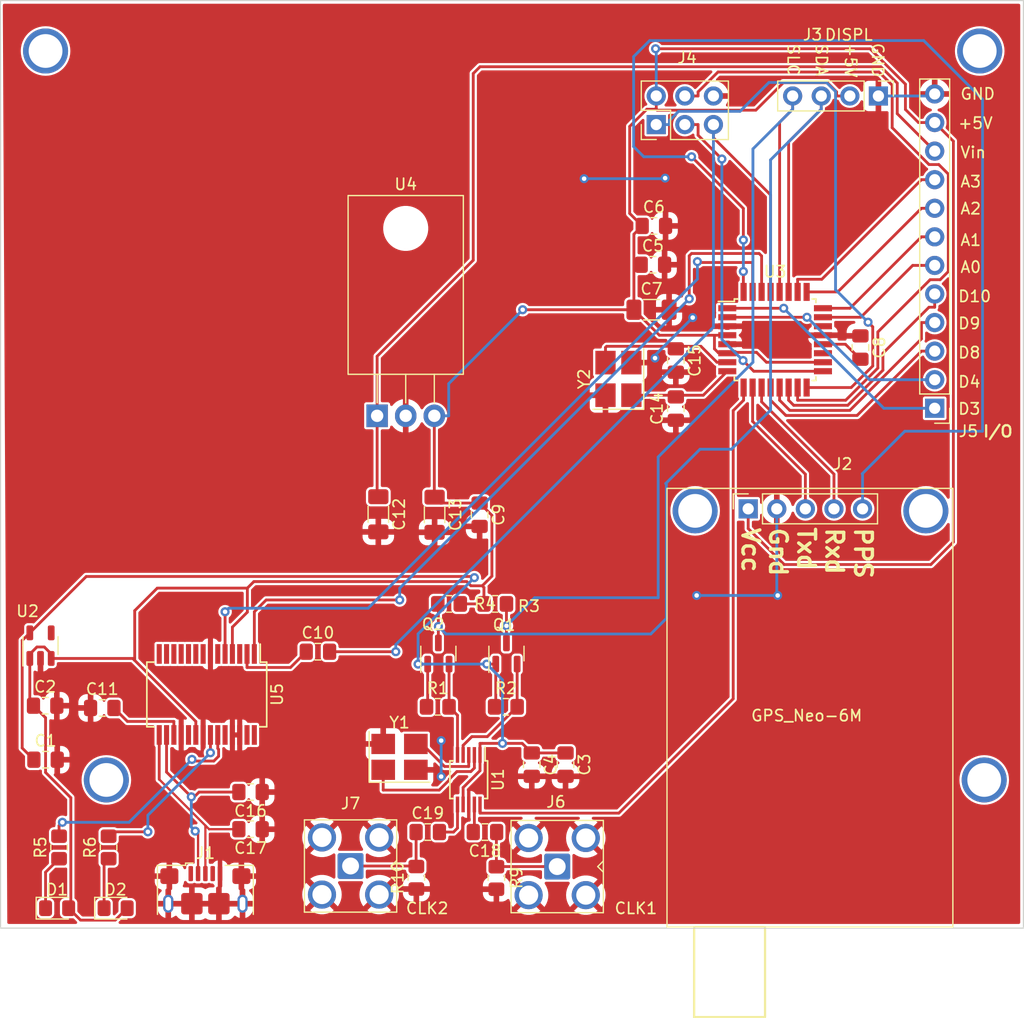
<source format=kicad_pcb>
(kicad_pcb (version 20240108) (generator "pcbnew") (generator_version "8.0")
  (layers (0 "F.Cu" signal) (31 "B.Cu" signal) (34 "B.Paste" user) (35 "F.Paste" user) (36 "B.SilkS" user "B.Silkscreen") (37 "F.SilkS" user "F.Silkscreen") (38 "B.Mask" user) (39 "F.Mask" user) (44 "Edge.Cuts" user))
  (net 0 "")
  (net 1 "+3V3")
  (net 2 "GND")
  (net 3 "+5V")
  (net 4 "Net-(U3-AREF)")
  (net 5 "Net-(U5-DTR)")
  (net 6 "Reset")
  (net 7 "Net-(U5-3V3OUT)")
  (net 8 "Vin")
  (net 9 "Net-(D1-K)")
  (net 10 "Net-(D2-K)")
  (net 12 "USB-")
  (net 13 "USB+")
  (net 15 "GPS_Tx")
  (net 16 "GPS_Rx")
  (net 17 "1PPS")
  (net 18 "SDA5")
  (net 19 "SCL5")
  (net 20 "MISO")
  (net 21 "SCK")
  (net 22 "MOSI")
  (net 23 "FAlarm")
  (net 24 "Fsel")
  (net 25 "D8")
  (net 26 "D9")
  (net 27 "D10")
  (net 28 "A0")
  (net 29 "A1")
  (net 30 "A2")
  (net 31 "A3")
  (net 32 "Net-(J6-In)")
  (net 33 "SCL3")
  (net 34 "SDA3")
  (net 35 "Net-(U5-CBUS0)")
  (net 36 "Net-(U5-CBUS1)")
  (net 37 "USB_RXD")
  (net 38 "USB_TXD")
  (net 39 "CLK1")
  (net 40 "Net-(U1-XA)")
  (net 41 "Net-(U1-XB)")
  (net 42 "Net-(J7-In)")
  (net 43 "CLK0")
  (net 45 "Net-(U3-XTAL1{slash}PB6)")
  (net 46 "Net-(U3-XTAL2{slash}PB7)")
  (net 60 "CLK2")
  (footprint "LED_SMD:LED_0805_2012Metric_Pad1.15x1.40mm_HandSolder" (layer "F.Cu") (at 129.625 135.8)
    (property "Reference" "D1")
    (property "Value" "LED")
  )
  (footprint "Resistor_SMD:R_0805_2012Metric_Pad1.20x1.40mm_HandSolder" (layer "F.Cu") (at 168.656 133.112 90)
    (property "Reference" "R9")
    (property "Value" "47")
  )
  (footprint "Capacitor_SMD:C_1206_3216Metric_Pad1.33x1.80mm_HandSolder" (layer "F.Cu") (at 163.1664 100.8228 -90)
    (property "Reference" "C13")
    (property "Value" "3.3uf/16v")
  )
  (footprint "Connector_USB:USB_Micro-B_Amphenol_10118193-0001LF_Horizontal" (layer "F.Cu") (at 142.8 135.4)
    (property "Reference" "J1")
    (property "Value" "USB_B_Micro")
  )
  (footprint "Capacitor_SMD:C_0805_2012Metric_Pad1.18x1.45mm_HandSolder" (layer "F.Cu") (at 201 85.9625 -90)
    (property "Reference" "C8")
    (property "Value" "100nf")
  )
  (footprint "Capacitor_SMD:C_0805_2012Metric_Pad1.18x1.45mm_HandSolder" (layer "F.Cu") (at 182.5625 78.6)
    (property "Reference" "C5")
    (property "Value" "1uf")
  )
  (footprint "Capacitor_SMD:C_0805_2012Metric_Pad1.18x1.45mm_HandSolder" (layer "F.Cu") (at 162.56 129.032)
    (property "Reference" "C19")
    (property "Value" "100nf")
  )
  (footprint "Package_QFP:TQFP-32_7x7mm_P0.8mm" (layer "F.Cu") (at 193.421 85.2678)
    (property "Reference" "U3")
    (property "Value" "ATmega328P-AU")
  )
  (footprint "Resistor_SMD:R_0805_2012Metric_Pad1.20x1.40mm_HandSolder" (layer "F.Cu") (at 134.2 130.4 90)
    (property "Reference" "R6")
    (property "Value" "1K")
  )
  (footprint "clipboard:cff1acbe-8575-4a5e-a277-d1017dfb92bb" (layer "F.Cu") (at 211.6 59.6)
    (property "Reference" "")
    (property "Value" "")
  )
  (footprint "Capacitor_SMD:C_0805_2012Metric_Pad1.18x1.45mm_HandSolder" (layer "F.Cu") (at 146.812 128.778 180)
    (property "Reference" "C17")
    (property "Value" "47pf")
  )
  (footprint "Connector_PinSocket_2.54mm:PinSocket_1x05_P2.54mm_Vertical" (layer "F.Cu") (at 191.03 100.3 90)
    (property "Reference" "J2")
    (property "Value" "Conn_01x05_Pin")
  )
  (footprint "Capacitor_SMD:C_0805_2012Metric_Pad1.18x1.45mm_HandSolder" (layer "F.Cu") (at 174.8 123.0375 -90)
    (property "Reference" "C3")
    (property "Value" "0,1uf")
  )
  (footprint "Package_TO_SOT_SMD:SOT-23-5" (layer "F.Cu") (at 128.15 112.4625 90)
    (property "Reference" "U2")
    (property "Value" "AP2127K-3.3")
  )
  (footprint "Capacitor_SMD:C_0805_2012Metric_Pad1.18x1.45mm_HandSolder" (layer "F.Cu") (at 184.6 91.3875 90)
    (property "Reference" "C14")
    (property "Value" "22pf")
  )
  (footprint "Capacitor_SMD:C_1206_3216Metric_Pad1.33x1.80mm_HandSolder" (layer "F.Cu") (at 182.4375 82.6)
    (property "Reference" "C7")
    (property "Value" "4.7uf/16v")
  )
  (footprint "clipboard:cff1acbe-8575-4a5e-a277-d1017dfb92bb" (layer "F.Cu") (at 212 124.4)
    (property "Reference" "")
    (property "Value" "")
  )
  (footprint "Capacitor_SMD:C_0805_2012Metric_Pad1.18x1.45mm_HandSolder" (layer "F.Cu") (at 128.6 122.6)
    (property "Reference" "C1")
    (property "Value" "10uf")
  )
  (footprint "clipboard:cff1acbe-8575-4a5e-a277-d1017dfb92bb" (layer "F.Cu") (at 128.6 59.6)
    (property "Reference" "")
    (property "Value" "")
  )
  (footprint "Resistor_SMD:R_0805_2012Metric_Pad1.20x1.40mm_HandSolder" (layer "F.Cu") (at 169.5 117.9)
    (property "Reference" "R2")
    (property "Value" "10K")
  )
  (footprint "Capacitor_SMD:C_0805_2012Metric_Pad1.18x1.45mm_HandSolder" (layer "F.Cu") (at 184.6 87.1125 -90)
    (property "Reference" "C15")
    (property "Value" "22pf")
  )
  (footprint "Capacitor_SMD:C_1206_3216Metric_Pad1.33x1.80mm_HandSolder" (layer "F.Cu") (at 158.1664 100.7853 -90)
    (property "Reference" "C12")
    (property "Value" "3.3uf/16v")
  )
  (footprint "Capacitor_SMD:C_0805_2012Metric_Pad1.18x1.45mm_HandSolder" (layer "F.Cu") (at 167.64 129.032 180)
    (property "Reference" "C18")
    (property "Value" "100nf")
  )
  (footprint "Resistor_SMD:R_0805_2012Metric_Pad1.20x1.40mm_HandSolder" (layer "F.Cu") (at 163.45 117.9)
    (property "Reference" "R1")
    (property "Value" "10K")
  )
  (footprint "Resistor_SMD:R_0805_2012Metric_Pad1.20x1.40mm_HandSolder" (layer "F.Cu") (at 161.544 133.096 90)
    (property "Reference" "R10")
    (property "Value" "47")
  )
  (footprint "Resistor_SMD:R_0805_2012Metric_Pad1.20x1.40mm_HandSolder" (layer "F.Cu") (at 168.55 108.75)
    (property "Reference" "R3")
    (property "Value" "10K")
  )
  (footprint "Capacitor_SMD:C_0805_2012Metric_Pad1.18x1.45mm_HandSolder" (layer "F.Cu") (at 167.1664 100.8228 -90)
    (property "Reference" "C9")
    (property "Value" "0.1uf")
  )
  (footprint "Connector_Coaxial:SMA_Amphenol_901-143_Horizontal" (layer "F.Cu") (at 155.7 132.05 180)
    (property "Reference" "J7")
    (property "Value" "Conn_Coaxial")
  )
  (footprint "Resistor_SMD:R_0805_2012Metric_Pad1.20x1.40mm_HandSolder" (layer "F.Cu") (at 164.45 108.75 180)
    (property "Reference" "R4")
    (property "Value" "10K")
  )
  (footprint "Capacitor_SMD:C_0805_2012Metric_Pad1.18x1.45mm_HandSolder" (layer "F.Cu") (at 152.8 113)
    (property "Reference" "C10")
    (property "Value" "100nf")
  )
  (footprint "Package_SO:MSOP-10_3x3mm_P0.5mm" (layer "F.Cu") (at 166.2006 124.3768 -90)
    (property "Reference" "U1")
    (property "Value" "Si5351A-B-GT")
  )
  (footprint "GPS_Neo-6M:GPS_Neo-6M" (layer "F.Cu") (at 183.875 137.48)
    (property "Reference" "REF**" (hide yes))
    (property "Value" "GPS_Neo-6M")
  )
  (footprint "Package_TO_SOT_SMD:SOT-23" (layer "F.Cu") (at 163.5 113.1625 90)
    (property "Reference" "Q2")
    (property "Value" "BSS138")
  )
  (footprint "Capacitor_SMD:C_0805_2012Metric_Pad1.18x1.45mm_HandSolder" (layer "F.Cu") (at 133.6375 118)
    (property "Reference" "C11")
    (property "Value" "100nf")
  )
  (footprint "Capacitor_SMD:C_0805_2012Metric_Pad1.18x1.45mm_HandSolder" (layer "F.Cu") (at 171.8 123.0375 -90)
    (property "Reference" "C4")
    (property "Value" "0,1uf")
  )
  (footprint "Package_TO_SOT_THT:TO-220-3_Horizontal_TabDown" (layer "F.Cu") (at 158.06 92.03)
    (property "Reference" "U4")
    (property "Value" "L7805")
  )
  (footprint "Capacitor_SMD:C_0805_2012Metric_Pad1.18x1.45mm_HandSolder" (layer "F.Cu") (at 182.65 75.15)
    (property "Reference" "C6")
    (property "Value" "1uf")
  )
  (footprint "Connector_Coaxial:SMA_Amphenol_901-143_Horizontal" (layer "F.Cu") (at 174.06 132.1 180)
    (property "Reference" "J6")
    (property "Value" "Conn_Coaxial")
  )
  (footprint "Package_SO:SSOP-28_5.3x10.2mm_P0.65mm" (layer "F.Cu") (at 142.925 116.8 -90)
    (property "Reference" "U5")
    (property "Value" "FT232RNL")
  )
  (footprint "Crystal:Crystal_SMD_3225-4Pin_3.2x2.5mm_HandSoldering" (layer "F.Cu") (at 160.05 122.35)
    (property "Reference" "Y1")
    (property "Value" "ABM8G-25.000MHZ-4Y-T3")
  )
  (footprint "Connector_PinHeader_2.54mm:PinHeader_2x03_P2.54mm_Vertical" (layer "F.Cu") (at 182.86 66.14 90)
    (property "Reference" "J4")
    (property "Value" "Conn_02x03_Odd_Even")
  )
  (footprint "Capacitor_SMD:C_0805_2012Metric_Pad1.18x1.45mm_HandSolder" (layer "F.Cu") (at 146.812 125.476 180)
    (property "Reference" "C16")
    (property "Value" "47pf")
  )
  (footprint "Package_TO_SOT_SMD:SOT-23" (layer "F.Cu") (at 169.55 113.1625 90)
    (property "Reference" "Q1")
    (property "Value" "BSS138")
  )
  (footprint "Connector_PinHeader_2.54mm:PinHeader_1x12_P2.54mm_Vertical" (layer "F.Cu") (at 207.6 91.36 180)
    (property "Reference" "J5")
    (property "Value" "Conn_01x12_Pin")
  )
  (footprint "Capacitor_SMD:C_0805_2012Metric_Pad1.18x1.45mm_HandSolder" (layer "F.Cu") (at 128.5625 117.8)
    (property "Reference" "C2")
    (property "Value" "10uf")
  )
  (footprint "Crystal:Crystal_SMD_3225-4Pin_3.2x2.5mm_HandSoldering" (layer "F.Cu") (at 179.5 88.75 90)
    (property "Reference" "Y2")
    (property "Value" "ABM8G-16.000MHZ-4Y-T3")
  )
  (footprint "LED_SMD:LED_0805_2012Metric_Pad1.15x1.40mm_HandSolder" (layer "F.Cu") (at 134.825 135.8)
    (property "Reference" "D2")
    (property "Value" "LED")
  )
  (footprint "clipboard:cff1acbe-8575-4a5e-a277-d1017dfb92bb" (layer "F.Cu") (at 134 124.4)
    (property "Reference" "")
    (property "Value" "")
  )
  (footprint "Connector_PinHeader_2.54mm:PinHeader_1x04_P2.54mm_Vertical" (layer "F.Cu") (at 202.6 63.6 -90)
    (property "Reference" "J3")
    (property "Value" "Conn_01x04_Pin")
  )
  (footprint "Resistor_SMD:R_0805_2012Metric_Pad1.20x1.40mm_HandSolder" (layer "F.Cu") (at 129.8 130.4 90)
    (property "Reference" "R5")
    (property "Value" "1K")
  )
  (gr_rect (start 124.6016 55.117) (end 215.4854 137.5704) (stroke (width 0.1)) (fill none) (layer "Edge.Cuts"))
  (gr_text "A0" (at 209.8 79.4 0) (layer "F.SilkS") (effects (font (size 1 1)) (justify left bottom)))
  (gr_text "D3" (at 209.6 92 0) (layer "F.SilkS") (effects (font (size 1 1)) (justify left bottom)))
  (gr_text "+5V" (at 209.6 66.6 0) (layer "F.SilkS") (effects (font (size 1 1)) (justify left bottom)))
  (gr_text "D10" (at 209.6 82 0) (layer "F.SilkS") (effects (font (size 1 1)) (justify left bottom)))
  (gr_text "I/O" (at 211.8 94 0) (layer "F.SilkS") (effects (font (size 1 1) (thickness 0.2) (bold yes)) (justify left bottom)))
  (gr_text "CLK2" (at 160.528 136.398 0) (layer "F.SilkS") (effects (font (size 1 1)) (justify left bottom)))
  (gr_text "A1" (at 209.8 77 0) (layer "F.SilkS") (effects (font (size 1 1)) (justify left bottom)))
  (gr_text "+5V" (at 199.55 58.8 270) (layer "F.SilkS") (effects (font (size 1 1)) (justify left bottom)))
  (gr_text "Vin" (at 209.8 69.2 0) (layer "F.SilkS") (effects (font (size 1 1)) (justify left bottom)))
  (gr_text "D9" (at 209.6 84.4 0) (layer "F.SilkS") (effects (font (size 1 1)) (justify left bottom)))
  (gr_text "CLK1" (at 179.07 136.398 0) (layer "F.SilkS") (effects (font (size 1 1)) (justify left bottom)))
  (gr_text "DISPL" (at 197.75 58.75 0) (layer "F.SilkS") (effects (font (size 1 1)) (justify left bottom)))
  (gr_text "SDA" (at 196.95 58.9 270) (layer "F.SilkS") (effects (font (size 1 1)) (justify left bottom)))
  (gr_text "GND" (at 209.8 64 0) (layer "F.SilkS") (effects (font (size 1 1)) (justify left bottom)))
  (gr_text "D4" (at 209.6 89.6 0) (layer "F.SilkS") (effects (font (size 1 1)) (justify left bottom)))
  (gr_text "A2" (at 209.8 74.2 0) (layer "F.SilkS") (effects (font (size 1 1)) (justify left bottom)))
  (gr_text "SLC" (at 194.45 58.9 270) (layer "F.SilkS") (effects (font (size 1 1)) (justify left bottom)))
  (gr_text "A3" (at 209.8 71.8 0) (layer "F.SilkS") (effects (font (size 1 1)) (justify left bottom)))
  (gr_text "D8" (at 209.6 87 0) (layer "F.SilkS") (effects (font (size 1 1)) (justify left bottom)))
  (gr_text "GND" (at 201.95 58.8 270) (layer "F.SilkS") (effects (font (size 1 1)) (justify left bottom)))
  (segment (start 165.7006 126.5768) (end 165.7006 125.075) (width 0.25) (layer "F.Cu") (net 1))
  (segment (start 169.2 121.1499) (end 170.9499 121.1499) (width 0.25) (layer "F.Cu") (net 1))
  (segment (start 126.5246 112.0004) (end 127.2 111.325) (width 0.25) (layer "F.Cu") (net 1))
  (segment (start 168.6 117.8) (end 168.5 117.9) (width 0.25) (layer "F.Cu") (net 1))
  (segment (start 165.7006 125.075) (end 167.2006 123.575) (width 0.25) (layer "F.Cu") (net 1))
  (segment (start 167.2006 123.575) (end 167.2006 122.1768) (width 0.25) (layer "F.Cu") (net 1))
  (segment (start 167.4 121.1499) (end 169.2 121.1499) (width 0.25) (layer "F.Cu") (net 1))
  (segment (start 162.55 114.1) (end 162.55 117.8) (width 0.25) (layer "F.Cu") (net 1))
  (segment (start 127.5625 122.6) (end 126.5246 121.5621) (width 0.25) (layer "F.Cu") (net 1))
  (segment (start 170.9499 121.1499) (end 171.8 122) (width 0.25) (layer "F.Cu") (net 1))
  (segment (start 162.55 117.8) (end 162.45 117.9) (width 0.25) (layer "F.Cu") (net 1))
  (segment (start 127.2 111.325) (end 132.2128 106.3122) (width 0.25) (layer "F.Cu") (net 1))
  (segment (start 167.2006 122.1768) (end 167.2006 121.1499) (width 0.25) (layer "F.Cu") (net 1))
  (segment (start 168.6 114.1) (end 168.6 117.8) (width 0.25) (layer "F.Cu") (net 1))
  (segment (start 162.55 114.1) (end 161.7 114.1) (width 0.25) (layer "F.Cu") (net 1))
  (segment (start 167.8 114.1) (end 168.6 114.1) (width 0.25) (layer "F.Cu") (net 1))
  (segment (start 126.5246 121.5621) (end 126.5246 112.0004) (width 0.25) (layer "F.Cu") (net 1))
  (segment (start 132.2128 106.3122) (end 166.5944 106.3122) (width 0.25) (layer "F.Cu") (net 1))
  (segment (start 167.2006 121.1499) (end 167.4 121.1499) (width 0.25) (layer "F.Cu") (net 1))
  (segment (start 174.8 122) (end 171.8 122) (width 0.25) (layer "F.Cu") (net 1))
  (segment (start 166.5944 106.3122) (end 166.6982 106.416) (width 0.25) (layer "F.Cu") (net 1))
  (via (at 169.2 121.1499) (size 0.8) (drill 0.4) (layers "F.Cu" "B.Cu") (net 1))
  (via (at 161.7 114.1) (size 0.8) (drill 0.4) (layers "F.Cu" "B.Cu") (net 1))
  (via (at 166.6982 106.416) (size 0.8) (drill 0.4) (layers "F.Cu" "B.Cu") (net 1))
  (via (at 167.8 114.1) (size 0.8) (drill 0.4) (layers "F.Cu" "B.Cu") (net 1))
  (segment (start 169.2 121.1499) (end 169.2 115.5) (width 0.25) (layer "B.Cu") (net 1))
  (segment (start 161.7 114.1) (end 167.8 114.1) (width 0.25) (layer "B.Cu") (net 1))
  (segment (start 161.7 114.1) (end 161.7 111.4142) (width 0.25) (layer "B.Cu") (net 1))
  (segment (start 169.2 115.5) (end 167.8 114.1) (width 0.25) (layer "B.Cu") (net 1))
  (segment (start 161.7 111.4142) (end 166.6982 106.416) (width 0.25) (layer "B.Cu") (net 1))
  (segment (start 177.2988 129.5838) (end 175.8519 129.5838) (width 0.25) (layer "F.Cu") (net 2))
  (segment (start 201 84.925) (end 200.9428 84.8678) (width 0.25) (layer "F.Cu") (net 2))
  (segment (start 184 79) (end 183.6 78.6) (width 0.25) (layer "F.Cu") (net 2))
  (segment (start 129.8 118) (end 129.6 117.8) (width 0.25) (layer "F.Cu") (net 2))
  (segment (start 160.6 99.8189) (end 160.6477 99.8665) (width 0.25) (layer "F.Cu") (net 2))
  (segment (start 189.7345 85.6678) (end 189.171 85.6678) (width 0.25) (layer "F.Cu") (net 2))
  (segment (start 129.6375 122.6) (end 129.8 122.4375) (width 0.25) (layer "F.Cu") (net 2))
  (segment (start 188.5285 63.6) (end 187.94 63.6) (width 0.25) (layer "F.Cu") (net 2))
  (segment (start 142.6 119.9124) (end 142.6 120.4) (width 0.25) (layer "F.Cu") (net 2))
  (via (at 183.65 70.9) (size 0.8) (drill 0.4) (layers "F.Cu" "B.Cu") (net 2))
  (via (at 176.45 70.95) (size 0.8) (drill 0.4) (layers "F.Cu" "B.Cu") (net 2))
  (via (at 193.65 108) (size 0.8) (drill 0.4) (layers "F.Cu" "B.Cu") (net 2))
  (via (at 186.1 83.3) (size 0.8) (drill 0.4) (layers "F.Cu" "B.Cu") (net 2))
  (via (at 186.45 108) (size 0.8) (drill 0.4) (layers "F.Cu" "B.Cu") (net 2))
  (via (at 163.75 120.9) (size 0.8) (drill 0.4) (layers "F.Cu" "B.Cu") (net 2))
  (via (at 182.75 86.9) (size 0.8) (drill 0.4) (layers "F.Cu" "B.Cu") (net 2))
  (via (at 163.75 124.1) (size 0.8) (drill 0.4) (layers "F.Cu" "B.Cu") (net 2))
  (segment (start 183.6 70.95) (end 176.45 70.95) (width 0.25) (layer "B.Cu") (net 2))
  (segment (start 182.75 86.9) (end 182.75 86.65) (width 0.25) (layer "B.Cu") (net 2))
  (segment (start 163.75 120.9) (end 163.75 124.1) (width 0.25) (layer "B.Cu") (net 2))
  (segment (start 207.42 63.6) (end 207.6 63.42) (width 0.25) (layer "B.Cu") (net 2))
  (segment (start 193.57 107.92) (end 193.57 100.3) (width 0.25) (layer "B.Cu") (net 2))
  (segment (start 193.65 108) (end 193.57 107.92) (width 0.25) (layer "B.Cu") (net 2))
  (segment (start 182.75 86.65) (end 186.1 83.3) (width 0.25) (layer "B.Cu") (net 2))
  (segment (start 202.6 63.6) (end 207.42 63.6) (width 0.25) (layer "B.Cu") (net 2))
  (segment (start 183.65 70.9) (end 183.6 70.95) (width 0.25) (layer "B.Cu") (net 2))
  (segment (start 186.45 108) (end 193.65 108) (width 0.25) (layer "B.Cu") (net 2))
  (segment (start 209.2591 103.25) (end 209.2591 67.6191) (width 0.25) (layer "F.Cu") (net 3))
  (segment (start 189.2091 86.3916) (end 189.171 86.4297) (width 0.25) (layer "F.Cu") (net 3))
  (segment (start 145.2 110.8126) (end 145.2 113.2) (width 0.25) (layer "F.Cu") (net 3))
  (segment (start 201.852992 59.4) (end 182.8 59.4) (width 0.25) (layer "F.Cu") (net 3))
  (segment (start 188.3826 86.4297) (end 188.0311 86.0782) (width 0.25) (layer "F.Cu") (net 3))
  (segment (start 205 64.8) (end 205 62.547008) (width 0.25) (layer "F.Cu") (net 3))
  (segment (start 198.0683 62.4194) (end 198.8831 63.2342) (width 0.25) (layer "F.Cu") (net 3))
  (segment (start 136.5198 113.7679) (end 136.5198 109.3522) (width 0.25) (layer "F.Cu") (net 3))
  (segment (start 183.1428 84.8678) (end 188.0311 84.8678) (width 0.25) (layer "F.Cu") (net 3))
  (segment (start 180.875 75.8875) (end 181.6125 75.15) (width 0.25) (layer "F.Cu") (net 3))
  (segment (start 129.1 113.6) (end 136.3519 113.6) (width 0.25) (layer "F.Cu") (net 3))
  (segment (start 180.875 78.6) (end 180.875 75.8875) (width 0.25) (layer "F.Cu") (net 3))
  (segment (start 182.0277 64.7769) (end 182.86 64.7769) (width 0.25) (layer "F.Cu") (net 3))
  (segment (start 130.8448 135.6052) (end 130.65 135.8) (width 0.25) (layer "F.Cu") (net 3))
  (segment (start 182.86 64.6635) (end 182.86 64.7754) (width 0.25) (layer "F.Cu") (net 3))
  (segment (start 134.7889 136.8611) (end 131.7111 136.8611) (width 0.25) (layer "F.Cu") (net 3))
  (segment (start 131.7111 136.8611) (end 130.65 135.8) (width 0.25) (layer "F.Cu") (net 3))
  (segment (start 138.5269 107.3451) (end 146.5296 107.3451) (width 0.25) (layer "F.Cu") (net 3))
  (segment (start 135.85 135.8) (end 134.7889 136.8611) (width 0.25) (layer "F.Cu") (net 3))
  (segment (start 182.9452 64.8606) (end 191.7083 64.8606) (width 0.25) (layer "F.Cu") (net 3))
  (segment (start 146.5296 109.483) (end 145.2 110.8126) (width 0.25) (layer "F.Cu") (net 3))
  (segment (start 182.86 64.7754) (end 182.9452 64.8606) (width 0.25) (layer "F.Cu") (net 3))
  (segment (start 129.1 113.1913) (end 128.4886 112.5799) (width 0.25) (layer "F.Cu") (net 3))
  (segment (start 165.45 108.75) (end 167.55 108.75) (width 0.25) (layer "F.Cu") (net 3))
  (segment (start 180.5 66.3046) (end 182.0277 64.7769) (width 0.25) (layer "F.Cu") (net 3))
  (segment (start 147.1106 106.7641) (end 166.0184 106.7641) (width 0.25) (layer "F.Cu") (net 3))
  (segment (start 182.86 64.7769) (end 182.86 64.7754) (width 0.25) (layer "F.Cu") (net 3))
  (segment (start 181.525 78.6) (end 180.875 78.6) (width 0.25) (layer "F.Cu") (net 3))
  (segment (start 209.2591 103.25) (end 207.2591 105.25) (width 0.25) (layer "F.Cu") (net 3))
  (segment (start 146.5296 107.3451) (end 146.5296 109.483) (width 0.25) (layer "F.Cu") (net 3))
  (segment (start 180.875 78.6) (end 180.875 82.6) (width 0.25) (layer "F.Cu") (net 3))
  (segment (start 136.5198 113.7679) (end 141.95 119.1981) (width 0.25) (layer "F.Cu") (net 3))
  (segment (start 194.224695 105.25) (end 191.03 102.055305) (width 0.25) (layer "F.Cu") (net 3))
  (segment (start 206.16 65.96) (end 205 64.8) (width 0.25) (layer "F.Cu") (net 3))
  (segment (start 188.0311 86.0782) (end 188.0311 84.8678) (width 0.25) (layer "F.Cu") (net 3))
  (segment (start 163.6914 99.7853) (end 167.1664 99.7853) (width 0.25) (layer "F.Cu") (net 3))
  (segment (start 180.875 82.6) (end 170.9928 82.6) (width 0.25) (layer "F.Cu") (net 3))
  (segment (start 168.2564 100.8753) (end 167.1664 99.7853) (width 0.25) (layer "F.Cu") (net 3))
  (segment (start 180.875 82.6) (end 183.1428 84.8678) (width 0.25) (layer "F.Cu") (net 3))
  (segment (start 127.2 113.6) (end 127.2 117.475) (width 0.25) (layer "F.Cu") (net 3))
  (segment (start 198.8831 63.2342) (end 198.8831 63.6) (width 0.25) (layer "F.Cu") (net 3))
  (segment (start 182.86 63.6) (end 182.86 64.6635) (width 0.25) (layer "F.Cu") (net 3))
  (segment (start 163.1664 99.2603) (end 163.6914 99.7853) (width 0.25) (layer "F.Cu") (net 3))
  (segment (start 181.6125 75.15) (end 180.5 74.0375) (width 0.25) (layer "F.Cu") (net 3))
  (segment (start 130.8448 125.978) (end 130.8448 135.6052) (width 0.25) (layer "F.Cu") (net 3))
  (segment (start 146.5296 107.3451) (end 147.1106 106.7641) (width 0.25) (layer "F.Cu") (net 3))
  (segment (start 166.3972 107.1429) (end 167.4 107.1429) (width 0.25) (layer "F.Cu") (net 3))
  (segment (start 127.8316 112.5799) (end 127.2 113.2115) (width 0.25) (layer "F.Cu") (net 3))
  (segment (start 127.525 117.8) (end 128.6 118.875) (width 0.25) (layer "F.Cu") (net 3))
  (segment (start 163.14 92.03) (end 163.14 99.2339) (width 0.25) (layer "F.Cu") (net 3))
  (segment (start 141.95 120.4) (end 141.95 119.1981) (width 0.25) (layer "F.Cu") (net 3))
  (segment (start 167.55 108.75) (end 167.55 107.2929) (width 0.25) (layer "F.Cu") (net 3))
  (segment (start 200.06 63.6) (end 198.8831 63.6) (width 0.25) (layer "F.Cu") (net 3))
  (segment (start 197.671 87.2678) (end 192.6516 87.2678) (width 0.25) (layer "F.Cu") (net 3))
  (segment (start 191.7083 64.8606) (end 194.1495 62.4194) (width 0.25) (layer "F.Cu") (net 3))
  (segment (start 191.7754 86.3916) (end 189.2091 86.3916) (width 0.25) (layer "F.Cu") (net 3))
  (segment (start 209.2591 67.6191) (end 207.6 65.96) (width 0.25) (layer "F.Cu") (net 3))
  (segment (start 192.6516 87.2678) (end 191.7754 86.3916) (width 0.25) (layer "F.Cu") (net 3))
  (segment (start 167.4 107.1429) (end 168.2564 106.2865) (width 0.25) (layer "F.Cu") (net 3))
  (segment (start 207.6 65.96) (end 206.16 65.96) (width 0.25) (layer "F.Cu") (net 3))
  (segment (start 167.55 107.2929) (end 167.4 107.1429) (width 0.25) (layer "F.Cu") (net 3))
  (segment (start 127.2 117.475) (end 127.525 117.8) (width 0.25) (layer "F.Cu") (net 3))
  (segment (start 166.0184 106.7641) (end 166.3972 107.1429) (width 0.25) (layer "F.Cu") (net 3))
  (segment (start 191.03 102.055305) (end 191.03 100.3) (width 0.25) (layer "F.Cu") (net 3))
  (segment (start 180.5 74.0375) (end 180.5 66.3046) (width 0.25) (layer "F.Cu") (net 3))
  (segment (start 128.4886 112.5799) (end 127.8316 112.5799) (width 0.25) (layer "F.Cu") (net 3))
  (segment (start 189.171 86.4297) (end 189.171 86.4678) (width 0.25) (layer "F.Cu") (net 3))
  (segment (start 194.1495 62.4194) (end 198.0683 62.4194) (width 0.25) (layer "F.Cu") (net 3))
  (segment (start 128.6 118.875) (end 128.6 123.7332) (width 0.25) (layer "F.Cu") (net 3))
  (segment (start 128.6 123.7332) (end 130.8448 125.978) (width 0.25) (layer "F.Cu") (net 3))
  (segment (start 127.2 113.2115) (end 127.2 113.6) (width 0.25) (layer "F.Cu") (net 3))
  (segment (start 188.0311 84.8678) (end 189.171 84.8678) (width 0.25) (layer "F.Cu") (net 3))
  (segment (start 136.5198 109.3522) (end 138.5269 107.3451) (width 0.25) (layer "F.Cu") (net 3))
  (segment (start 136.3519 113.6) (end 136.5198 113.7679) (width 0.25) (layer "F.Cu") (net 3))
  (segment (start 189.171 86.4297) (end 188.3826 86.4297) (width 0.25) (layer "F.Cu") (net 3))
  (segment (start 205 62.547008) (end 201.852992 59.4) (width 0.25) (layer "F.Cu") (net 3))
  (segment (start 168.2564 106.2865) (end 168.2564 100.8753) (width 0.25) (layer "F.Cu") (net 3))
  (segment (start 207.2591 105.25) (end 194.224695 105.25) (width 0.25) (layer "F.Cu") (net 3))
  (segment (start 163.14 99.2339) (end 163.1664 99.2603) (width 0.25) (layer "F.Cu") (net 3))
  (segment (start 129.1 113.6) (end 129.1 113.1913) (width 0.25) (layer "F.Cu") (net 3))
  (via (at 182.8 59.4) (size 0.8) (drill 0.4) (layers "F.Cu" "B.Cu") (net 3))
  (via (at 170.9928 82.6) (size 0.8) (drill 0.4) (layers "F.Cu" "B.Cu") (net 3))
  (segment (start 182.86 63.6) (end 182.86 59.46) (width 0.25) (layer "B.Cu") (net 3))
  (segment (start 163.14 92.03) (end 164.4194 92.03) (width 0.25) (layer "B.Cu") (net 3))
  (segment (start 164.4194 92.03) (end 164.4194 89.1734) (width 0.25) (layer "B.Cu") (net 3))
  (segment (start 164.4194 89.1734) (end 170.9928 82.6) (width 0.25) (layer "B.Cu") (net 3))
  (segment (start 182.86 59.46) (end 182.8 59.4) (width 0.25) (layer "B.Cu") (net 3))
  (segment (start 199.6678 85.6678) (end 201 87) (width 0.25) (layer "F.Cu") (net 4))
  (segment (start 197.671 85.6678) (end 199.6678 85.6678) (width 0.25) (layer "F.Cu") (net 4))
  (segment (start 150.3606 114.4019) (end 151.7625 113) (width 0.25) (layer "F.Cu") (net 5))
  (segment (start 146.5 114.4019) (end 150.3606 114.4019) (width 0.25) (layer "F.Cu") (net 5))
  (segment (start 146.5 113.2) (end 146.5 114.4019) (width 0.25) (layer "F.Cu") (net 5))
  (segment (start 193.021 81.0178) (end 193.021 72.3979) (width 0.25) (layer "F.Cu") (net 6))
  (segment (start 187.94 66.14) (end 187.94 67.3169) (width 0.25) (layer "F.Cu") (net 6))
  (segment (start 159.717 113) (end 153.8375 113) (width 0.25) (layer "F.Cu") (net 6))
  (segment (start 193.021 72.3979) (end 187.94 67.3169) (width 0.25) (layer "F.Cu") (net 6))
  (via (at 159.717 113) (size 0.8) (drill 0.4) (layers "F.Cu" "B.Cu") (net 6))
  (segment (start 187.94 67.3169) (end 187.94 84.1463) (width 0.25) (layer "B.Cu") (net 6))
  (segment (start 187.94 66.14) (end 187.94 67.3169) (width 0.25) (layer "B.Cu") (net 6))
  (segment (start 187.94 84.1463) (end 159.717 112.3693) (width 0.25) (layer "B.Cu") (net 6))
  (segment (start 159.717 112.3693) (end 159.717 113) (width 0.25) (layer "B.Cu") (net 6))
  (segment (start 140 119.1981) (end 135.8731 119.1981) (width 0.25) (layer "F.Cu") (net 7))
  (segment (start 135.8731 119.1981) (end 134.675 118) (width 0.25) (layer "F.Cu") (net 7))
  (segment (start 140 120.4) (end 140 119.1981) (width 0.25) (layer "F.Cu") (net 7))
  (segment (start 158.06 92.03) (end 158.06 99.1164) (width 0.25) (layer "F.Cu") (net 8))
  (segment (start 202.816596 61) (end 167.2 61) (width 0.25) (layer "F.Cu") (net 8))
  (segment (start 204.2729 62.456304) (end 202.816596 61) (width 0.25) (layer "F.Cu") (net 8))
  (segment (start 166.6 61.6) (end 166.6 78.198299) (width 0.25) (layer "F.Cu") (net 8))
  (segment (start 166.6 78.198299) (end 158.06 86.738299) (width 0.25) (layer "F.Cu") (net 8))
  (segment (start 204.2729 65.1729) (end 204.2729 62.456304) (width 0.25) (layer "F.Cu") (net 8))
  (segment (start 167.2 61) (end 166.6 61.6) (width 0.25) (layer "F.Cu") (net 8))
  (segment (start 207.6 68.5) (end 204.2729 65.1729) (width 0.25) (layer "F.Cu") (net 8))
  (segment (start 158.06 99.1164) (end 158.1664 99.2228) (width 0.25) (layer "F.Cu") (net 8))
  (segment (start 158.06 86.738299) (end 158.06 92.03) (width 0.25) (layer "F.Cu") (net 8))
  (segment (start 129.8 131.4) (end 128.6 132.6) (width 0.25) (layer "F.Cu") (net 9))
  (segment (start 128.6 132.6) (end 128.6 135.8) (width 0.25) (layer "F.Cu") (net 9))
  (segment (start 134.2 131.4) (end 133.8 131.8) (width 0.25) (layer "F.Cu") (net 10))
  (segment (start 133.8 131.8) (end 133.8 135.8) (width 0.25) (layer "F.Cu") (net 10))
  (segment (start 141.55 125.9) (end 141.816 125.9) (width 0.25) (layer "F.Cu") (net 12))
  (segment (start 141.816 125.9) (end 142.24 125.476) (width 0.25) (layer "F.Cu") (net 12))
  (segment (start 141.9 128.95) (end 142.15 129.2) (width 0.2) (layer "F.Cu") (net 12))
  (segment (start 139.35 123.7) (end 141.55 125.9) (width 0.25) (layer "F.Cu") (net 12))
  (segment (start 142.24 125.476) (end 145.7745 125.476) (width 0.25) (layer "F.Cu") (net 12))
  (segment (start 142.15 129.2) (end 142.15 132.725) (width 0.2) (layer "F.Cu") (net 12))
  (segment (start 139.35 120.4) (end 139.35 123.7) (width 0.25) (layer "F.Cu") (net 12))
  (via (at 141.9 128.95) (size 0.8) (drill 0.4) (layers "F.Cu" "B.Cu") (net 12))
  (via (at 141.55 125.9) (size 0.8) (drill 0.4) (layers "F.Cu" "B.Cu") (net 12))
  (segment (start 141.55 125.9) (end 141.55 128.6) (width 0.25) (layer "B.Cu") (net 12))
  (segment (start 141.55 128.6) (end 141.9 128.95) (width 0.25) (layer "B.Cu") (net 12))
  (segment (start 143.1285 128.778) (end 142.8 128.4495) (width 0.2) (layer "F.Cu") (net 13))
  (segment (start 145.7745 128.778) (end 143.1285 128.778) (width 0.2) (layer "F.Cu") (net 13))
  (segment (start 142.8 128.4495) (end 138.7 124.3495) (width 0.2) (layer "F.Cu") (net 13))
  (segment (start 142.8 132.725) (end 142.8 128.4495) (width 0.2) (layer "F.Cu") (net 13))
  (segment (start 138.7 120.4) (end 138.7 124.3495) (width 0.25) (layer "F.Cu") (net 13))
  (segment (start 196.11 97.2165) (end 196.11 100.3) (width 0.25) (layer "F.Cu") (net 15))
  (segment (start 191.421 92.5275) (end 196.11 97.2165) (width 0.25) (layer "F.Cu") (net 15))
  (segment (start 191.421 89.5178) (end 191.421 92.5275) (width 0.25) (layer "F.Cu") (net 15))
  (segment (start 192.221 89.5178) (end 192.221 90.7875) (width 0.25) (layer "F.Cu") (net 16))
  (segment (start 198.65 97.2165) (end 198.65 100.3) (width 0.25) (layer "F.Cu") (net 16))
  (segment (start 192.221 90.7875) (end 198.65 97.2165) (width 0.25) (layer "F.Cu") (net 16))
  (segment (start 190.6 73.6) (end 190.6 76.4) (width 0.25) (layer "F.Cu") (net 17))
  (segment (start 190.6 80.9968) (end 190.621 81.0178) (width 0.25) (layer "F.Cu") (net 17))
  (segment (start 186 69) (end 190.6 73.6) (width 0.25) (layer "F.Cu") (net 17))
  (segment (start 190.6 79.2) (end 190.6 80.9968) (width 0.25) (layer "F.Cu") (net 17))
  (via (at 186 69) (size 0.8) (drill 0.4) (layers "F.Cu" "B.Cu") (net 17))
  (via (at 190.6 79.2) (size 0.8) (drill 0.4) (layers "F.Cu" "B.Cu") (net 17))
  (via (at 190.6 76.4) (size 0.8) (drill 0.4) (layers "F.Cu" "B.Cu") (net 17))
  (segment (start 201.19 100.3) (end 201.19 97.2165) (width 0.25) (layer "B.Cu") (net 17))
  (segment (start 211.85 93.4) (end 211.85 63.9) (width 0.25) (layer "B.Cu") (net 17))
  (segment (start 201.19 97.2165) (end 201.16 97.1865) (width 0.25) (layer "B.Cu") (net 17))
  (segment (start 181.75 69) (end 186 69) (width 0.25) (layer "B.Cu") (net 17))
  (segment (start 201.16 97.1865) (end 204.9465 93.4) (width 0.25) (layer "B.Cu") (net 17))
  (segment (start 206.625 58.675) (end 182.275 58.675) (width 0.25) (layer "B.Cu") (net 17))
  (segment (start 182.275 58.675) (end 180.85 60.1) (width 0.25) (layer "B.Cu") (net 17))
  (segment (start 180.85 60.1) (end 180.85 68.1) (width 0.25) (layer "B.Cu") (net 17))
  (segment (start 190.6 76.4) (end 190.6 79.2) (width 0.25) (layer "B.Cu") (net 17))
  (segment (start 180.85 68.1) (end 181.75 69) (width 0.25) (layer "B.Cu") (net 17))
  (segment (start 211.85 63.9) (end 206.625 58.675) (width 0.25) (layer "B.Cu") (net 17))
  (segment (start 204.9465 93.4) (end 211.85 93.4) (width 0.25) (layer "B.Cu") (net 17))
  (segment (start 194.621 67.6759) (end 197.52 64.7769) (width 0.25) (layer "F.Cu") (net 18))
  (segment (start 197.52 63.6) (end 197.52 64.7769) (width 0.25) (layer "F.Cu") (net 18))
  (segment (start 194.621 81.0178) (end 194.621 67.6759) (width 0.25) (layer "F.Cu") (net 18))
  (segment (start 163.5 108.8) (end 163.45 108.75) (width 0.25) (layer "F.Cu") (net 18))
  (segment (start 163.5 112.225) (end 163.5 110.75) (width 0.25) (layer "F.Cu") (net 18))
  (segment (start 163.5 110.75) (end 163.5 108.8) (width 0.25) (layer "F.Cu") (net 18))
  (via (at 163.5 110.75) (size 0.8) (drill 0.4) (layers "F.Cu" "B.Cu") (net 18))
  (segment (start 193.0163 91.5235) (end 193.0163 69.2806) (width 0.25) (layer "B.Cu") (net 18))
  (segment (start 183.7 98.05) (end 186.7494 95.0006) (width 0.25) (layer "B.Cu") (net 18))
  (segment (start 197.52 64.7769) (end 197.52 63.6) (width 0.25) (layer "B.Cu") (net 18))
  (segment (start 183.7579 98.1079) (end 183.7579 110.0421) (width 0.25) (layer "B.Cu") (net 18))
  (segment (start 164.175 111.425) (end 163.5 110.75) (width 0.25) (layer "B.Cu") (net 18))
  (segment (start 183.7579 110.0421) (end 182.375 111.425) (width 0.25) (layer "B.Cu") (net 18))
  (segment (start 183.7 98.05) (end 183.7579 98.1079) (width 0.25) (layer "B.Cu") (net 18))
  (segment (start 186.7494 95.0006) (end 189.5392 95.0006) (width 0.25) (layer "B.Cu") (net 18))
  (segment (start 189.5392 95.0006) (end 193.0163 91.5235) (width 0.25) (layer "B.Cu") (net 18))
  (segment (start 193.0163 69.2806) (end 197.52 64.7769) (width 0.25) (layer "B.Cu") (net 18))
  (segment (start 182.375 111.425) (end 164.175 111.425) (width 0.25) (layer "B.Cu") (net 18))
  (segment (start 194.98 63.6) (end 194.98 64.7769) (width 0.25) (layer "F.Cu") (net 19))
  (segment (start 193.821 81.0178) (end 193.821 65.9359) (width 0.25) (layer "F.Cu") (net 19))
  (segment (start 169.55 110.7) (end 169.55 108.75) (width 0.25) (layer "F.Cu") (net 19))
  (segment (start 193.821 65.9359) (end 194.98 64.7769) (width 0.25) (layer "F.Cu") (net 19))
  (segment (start 169.55 112.225) (end 169.55 110.7) (width 0.25) (layer "F.Cu") (net 19))
  (via (at 169.55 110.7) (size 0.8) (drill 0.4) (layers "F.Cu" "B.Cu") (net 19))
  (segment (start 183.0329 95.6871) (end 191.4496 87.2704) (width 0.25) (layer "B.Cu") (net 19))
  (segment (start 194.98 64.7769) (end 194.98 63.6) (width 0.25) (layer "B.Cu") (net 19))
  (segment (start 191.4496 68.3073) (end 194.98 64.7769) (width 0.25) (layer "B.Cu") (net 19))
  (segment (start 191.4496 87.2704) (end 191.4496 68.3073) (width 0.25) (layer "B.Cu") (net 19))
  (segment (start 172.05 108.2) (end 169.55 110.7) (width 0.25) (layer "B.Cu") (net 19))
  (segment (start 183.0329 108.2) (end 183.0329 95.6871) (width 0.25) (layer "B.Cu") (net 19))
  (segment (start 183.0329 108.2) (end 172.05 108.2) (width 0.25) (layer "B.Cu") (net 19))
  (segment (start 202.0953 84.1234) (end 201.6802 83.7083) (width 0.25) (layer "F.Cu") (net 20))
  (segment (start 200.1773 89.5178) (end 202.0953 87.5998) (width 0.25) (layer "F.Cu") (net 20))
  (segment (start 202.0953 87.5998) (end 202.0953 84.1234) (width 0.25) (layer "F.Cu") (net 20))
  (segment (start 196.221 89.5178) (end 200.1773 89.5178) (width 0.25) (layer "F.Cu") (net 20))
  (via (at 201.6802 83.7083) (size 0.8) (drill 0.4) (layers "F.Cu" "B.Cu") (net 20))
  (segment (start 184.8459 64.9631) (end 190.3053 64.9631) (width 0.25) (layer "B.Cu") (net 20))
  (segment (start 197.9841 62.3991) (end 198.79 63.205) (width 0.25) (layer "B.Cu") (net 20))
  (segment (start 192.8693 62.3991) (end 197.9841 62.3991) (width 0.25) (layer "B.Cu") (net 20))
  (segment (start 182.86 66.14) (end 184.0369 66.14) (width 0.25) (layer "B.Cu") (net 20))
  (segment (start 184.0369 66.14) (end 184.0369 65.7721) (width 0.25) (layer "B.Cu") (net 20))
  (segment (start 190.3053 64.9631) (end 192.8693 62.3991) (width 0.25) (layer "B.Cu") (net 20))
  (segment (start 198.79 63.205) (end 198.79 80.8181) (width 0.25) (layer "B.Cu") (net 20))
  (segment (start 198.79 80.8181) (end 201.6802 83.7083) (width 0.25) (layer "B.Cu") (net 20))
  (segment (start 184.0369 65.7721) (end 184.8459 64.9631) (width 0.25) (layer "B.Cu") (net 20))
  (segment (start 197.671 88.0678) (end 191.5228 88.0678) (width 0.25) (layer "F.Cu") (net 21))
  (segment (start 188.6891 69.2016) (end 186.5769 67.0894) (width 0.25) (layer "F.Cu") (net 21))
  (segment (start 191.5228 88.0678) (end 190.5735 87.1185) (width 0.25) (layer "F.Cu") (net 21))
  (segment (start 186.5769 67.0894) (end 186.5769 66.14) (width 0.25) (layer "F.Cu") (net 21))
  (segment (start 185.4 66.14) (end 186.5769 66.14) (width 0.25) (layer "F.Cu") (net 21))
  (via (at 190.5735 87.1185) (size 0.8) (drill 0.4) (layers "F.Cu" "B.Cu") (net 21))
  (via (at 188.6891 69.2016) (size 0.8) (drill 0.4) (layers "F.Cu" "B.Cu") (net 21))
  (segment (start 190.5735 87.1185) (end 188.6891 85.2341) (width 0.25) (layer "B.Cu") (net 21))
  (segment (start 188.6891 85.2341) (end 188.6891 69.2016) (width 0.25) (layer "B.Cu") (net 21))
  (segment (start 207.1942 79.93) (end 208.0836 79.93) (width 0.25) (layer "F.Cu") (net 22))
  (segment (start 202.6486 61.4684) (end 188.3407 61.4684) (width 0.25) (layer "F.Cu") (net 22))
  (segment (start 208.0836 79.93) (end 208.8091 79.2045) (width 0.25) (layer "F.Cu") (net 22))
  (segment (start 188.3407 61.4684) (end 186.5769 63.2322) (width 0.25) (layer "F.Cu") (net 22))
  (segment (start 208.8091 79.2045) (end 208.8091 70.5401) (width 0.25) (layer "F.Cu") (net 22))
  (segment (start 185.4 63.6) (end 186.5769 63.6) (width 0.25) (layer "F.Cu") (net 22))
  (segment (start 202.5472 87.787) (end 202.5472 84.577) (width 0.25) (layer "F.Cu") (net 22))
  (segment (start 199.6895 90.6447) (end 202.5472 87.787) (width 0.25) (layer "F.Cu") (net 22))
  (segment (start 207.9632 69.6942) (end 207.0968 69.6942) (width 0.25) (layer "F.Cu") (net 22))
  (segment (start 195.421 90.6447) (end 199.6895 90.6447) (width 0.25) (layer "F.Cu") (net 22))
  (segment (start 186.5769 63.2322) (end 186.5769 63.6) (width 0.25) (layer "F.Cu") (net 22))
  (segment (start 203.8229 66.4203) (end 203.8229 62.6427) (width 0.25) (layer "F.Cu") (net 22))
  (segment (start 208.8091 70.5401) (end 207.9632 69.6942) (width 0.25) (layer "F.Cu") (net 22))
  (segment (start 195.421 89.5178) (end 195.421 90.6447) (width 0.25) (layer "F.Cu") (net 22))
  (segment (start 203.8229 62.6427) (end 202.6486 61.4684) (width 0.25) (layer "F.Cu") (net 22))
  (segment (start 202.5472 84.577) (end 207.1942 79.93) (width 0.25) (layer "F.Cu") (net 22))
  (segment (start 207.0968 69.6942) (end 203.8229 66.4203) (width 0.25) (layer "F.Cu") (net 22))
  (segment (start 189.171 82.4678) (end 194.1844 82.4678) (width 0.25) (layer "F.Cu") (net 23))
  (via (at 194.1844 82.4678) (size 0.8) (drill 0.4) (layers "F.Cu" "B.Cu") (net 23))
  (segment (start 203.0766 91.36) (end 194.1844 82.4678) (width 0.25) (layer "B.Cu") (net 23))
  (segment (start 207.6 91.36) (end 203.0766 91.36) (width 0.25) (layer "B.Cu") (net 23))
  (segment (start 189.171 83.2678) (end 196.2512 83.2678) (width 0.25) (layer "F.Cu") (net 24))
  (via (at 196.2512 83.2678) (size 0.8) (drill 0.4) (layers "F.Cu" "B.Cu") (net 24))
  (segment (start 207.6 88.82) (end 206.4231 88.82) (width 0.25) (layer "B.Cu") (net 24))
  (segment (start 201.8034 88.82) (end 206.4231 88.82) (width 0.25) (layer "B.Cu") (net 24))
  (segment (start 196.2512 83.2678) (end 201.8034 88.82) (width 0.25) (layer "B.Cu") (net 24))
  (segment (start 200.7027 92.0004) (end 206.4231 86.28) (width 0.25) (layer "F.Cu") (net 25))
  (segment (start 207.6 86.28) (end 206.4231 86.28) (width 0.25) (layer "F.Cu") (net 25))
  (segment (start 193.021 89.5178) (end 193.021 90.6447) (width 0.25) (layer "F.Cu") (net 25))
  (segment (start 194.3767 92.0004) (end 200.7027 92.0004) (width 0.25) (layer "F.Cu") (net 25))
  (segment (start 193.021 90.6447) (end 194.3767 92.0004) (width 0.25) (layer "F.Cu") (net 25))
  (segment (start 193.821 89.5178) (end 193.821 90.6447) (width 0.25) (layer "F.Cu") (net 26))
  (segment (start 207.6 83.74) (end 206.4231 83.74) (width 0.25) (layer "F.Cu") (net 26))
  (segment (start 194.7248 91.5485) (end 200.0639 91.5485) (width 0.25) (layer "F.Cu") (net 26))
  (segment (start 200.0639 91.5485) (end 206.4231 85.1893) (width 0.25) (layer "F.Cu") (net 26))
  (segment (start 193.821 90.6447) (end 194.7248 91.5485) (width 0.25) (layer "F.Cu") (net 26))
  (segment (start 206.4231 85.1893) (end 206.4231 83.74) (width 0.25) (layer "F.Cu") (net 26))
  (segment (start 199.8767 91.0966) (end 202.9991 87.9742) (width 0.25) (layer "F.Cu") (net 27))
  (segment (start 202.9991 87.9742) (end 202.9991 86.4722) (width 0.25) (layer "F.Cu") (net 27))
  (segment (start 195.0729 91.0966) (end 199.8767 91.0966) (width 0.25) (layer "F.Cu") (net 27))
  (segment (start 194.621 90.6447) (end 195.0729 91.0966) (width 0.25) (layer "F.Cu") (net 27))
  (segment (start 207.0944 82.3769) (end 207.6 82.3769) (width 0.25) (layer "F.Cu") (net 27))
  (segment (start 207.6 81.2) (end 207.6 82.3769) (width 0.25) (layer "F.Cu") (net 27))
  (segment (start 194.621 89.5178) (end 194.621 90.6447) (width 0.25) (layer "F.Cu") (net 27))
  (segment (start 202.9991 86.4722) (end 207.0944 82.3769) (width 0.25) (layer "F.Cu") (net 27))
  (segment (start 206.4231 78.66) (end 205.6452 78.66) (width 0.25) (layer "F.Cu") (net 28))
  (segment (start 205.6452 78.66) (end 201.0374 83.2678) (width 0.25) (layer "F.Cu") (net 28))
  (segment (start 207.6 78.66) (end 206.4231 78.66) (width 0.25) (layer "F.Cu") (net 28))
  (segment (start 201.0374 83.2678) (end 197.671 83.2678) (width 0.25) (layer "F.Cu") (net 28))
  (segment (start 207.6 76.12) (end 206.4231 76.12) (width 0.25) (layer "F.Cu") (net 29))
  (segment (start 206.4231 76.12) (end 200.0753 82.4678) (width 0.25) (layer "F.Cu") (net 29))
  (segment (start 200.0753 82.4678) (end 197.671 82.4678) (width 0.25) (layer "F.Cu") (net 29))
  (segment (start 207.6 73.58) (end 206.4231 73.58) (width 0.25) (layer "F.Cu") (net 30))
  (segment (start 196.221 81.0178) (end 198.9853 81.0178) (width 0.25) (layer "F.Cu") (net 30))
  (segment (start 198.9853 81.0178) (end 206.4231 73.58) (width 0.25) (layer "F.Cu") (net 30))
  (segment (start 195.421 79.8909) (end 197.5722 79.8909) (width 0.25) (layer "F.Cu") (net 31))
  (segment (start 207.6 71.04) (end 206.4231 71.04) (width 0.25) (layer "F.Cu") (net 31))
  (segment (start 197.5722 79.8909) (end 206.4231 71.04) (width 0.25) (layer "F.Cu") (net 31))
  (segment (start 195.421 81.0178) (end 195.421 79.8909) (width 0.25) (layer "F.Cu") (net 31))
  (segment (start 174.06 132.1) (end 168.656 132.1) (width 0.25) (layer "F.Cu") (net 32))
  (segment (start 168.656 129.0535) (end 168.6775 129.032) (width 0.25) (layer "F.Cu") (net 32))
  (segment (start 168.656 132.112) (end 168.656 129.0535) (width 0.25) (layer "F.Cu") (net 32))
  (segment (start 166.4762 120.5494) (end 165.7006 121.325) (width 0.25) (layer "F.Cu") (net 33))
  (segment (start 167.8506 120.5494) (end 166.4762 120.5494) (width 0.25) (layer "F.Cu") (net 33))
  (segment (start 170.5 114.1) (end 170.5 117.9) (width 0.25) (layer "F.Cu") (net 33))
  (segment (start 170.5 117.9) (end 167.8506 120.5494) (width 0.25) (layer "F.Cu") (net 33))
  (segment (start 165.7006 121.325) (end 165.7006 122.1768) (width 0.25) (layer "F.Cu") (net 33))
  (segment (start 164.45 117.9) (end 165.2006 118.6506) (width 0.25) (layer "F.Cu") (net 34))
  (segment (start 165.2006 118.6506) (end 165.2006 122.1768) (width 0.25) (layer "F.Cu") (net 34))
  (segment (start 164.45 114.1) (end 164.45 117.9) (width 0.25) (layer "F.Cu") (net 34))
  (segment (start 143.9754 122.2925) (end 143.5495 122.7184) (width 0.25) (layer "F.Cu") (net 35))
  (segment (start 143.9 120.4) (end 143.9 121.6019) (width 0.25) (layer "F.Cu") (net 35))
  (segment (start 143.9 121.6019) (end 143.9754 121.6773) (width 0.25) (layer "F.Cu") (net 35))
  (segment (start 143.5495 122.7184) (end 141.7505 122.7184) (width 0.25) (layer "F.Cu") (net 35))
  (segment (start 129.8 128.4623) (end 130.0965 128.1658) (width 0.25) (layer "F.Cu") (net 35))
  (segment (start 143.9754 121.6773) (end 143.9754 122.2925) (width 0.25) (layer "F.Cu") (net 35))
  (segment (start 141.7505 122.7184) (end 141.6068 122.5747) (width 0.25) (layer "F.Cu") (net 35))
  (segment (start 129.8 129.4) (end 129.8 128.4623) (width 0.25) (layer "F.Cu") (net 35))
  (via (at 130.0965 128.1658) (size 0.8) (drill 0.4) (layers "F.Cu" "B.Cu") (net 35))
  (via (at 141.6068 122.5747) (size 0.8) (drill 0.4) (layers "F.Cu" "B.Cu") (net 35))
  (segment (start 130.0965 128.1658) (end 136.0157 128.1658) (width 0.25) (layer "B.Cu") (net 35))
  (segment (start 136.0157 128.1658) (end 141.6068 122.5747) (width 0.25) (layer "B.Cu") (net 35))
  (segment (start 134.5898 129.0102) (end 134.2 129.4) (width 0.25) (layer "F.Cu") (net 36))
  (segment (start 143.25 120.4) (end 143.25 121.9802) (width 0.25) (layer "F.Cu") (net 36))
  (segment (start 137.6887 129.0102) (end 134.5898 129.0102) (width 0.25) (layer "F.Cu") (net 36))
  (segment (start 143.25 121.9802) (end 143.2484 121.9818) (width 0.25) (layer "F.Cu") (net 36))
  (via (at 143.2484 121.9818) (size 0.8) (drill 0.4) (layers "F.Cu" "B.Cu") (net 36))
  (via (at 137.6887 129.0102) (size 0.8) (drill 0.4) (layers "F.Cu" "B.Cu") (net 36))
  (segment (start 137.6887 129.0102) (end 137.6887 127.5415) (width 0.25) (layer "B.Cu") (net 36))
  (segment (start 137.6887 127.5415) (end 143.2484 121.9818) (width 0.25) (layer "B.Cu") (net 36))
  (segment (start 186 77.6) (end 185.7914 77.8086) (width 0.25) (layer "F.Cu") (net 37))
  (segment (start 192 77.6) (end 186 77.6) (width 0.25) (layer "F.Cu") (net 37))
  (segment (start 185.7914 77.8086) (end 185.7914 81.629) (width 0.25) (layer "F.Cu") (net 37))
  (segment (start 147.15 113.2) (end 147.15 109.45) (width 0.25) (layer "F.Cu") (net 37))
  (segment (start 192.221 77.821) (end 192 77.6) (width 0.25) (layer "F.Cu") (net 37))
  (segment (start 192.221 81.0178) (end 192.221 77.821) (width 0.25) (layer "F.Cu") (net 37))
  (segment (start 148.2 108.4) (end 160.0641 108.4) (width 0.25) (layer "F.Cu") (net 37))
  (segment (start 147.15 109.45) (end 148.2 108.4) (width 0.25) (layer "F.Cu") (net 37))
  (via (at 160.0641 108.4) (size 0.8) (drill 0.4) (layers "F.Cu" "B.Cu") (net 37))
  (via (at 185.7914 81.629) (size 0.8) (drill 0.4) (layers "F.Cu" "B.Cu") (net 37))
  (segment (start 160.0641 107.3563) (end 160.0641 108.4) (width 0.25) (layer "B.Cu") (net 37))
  (segment (start 185.7914 81.629) (end 160.0641 107.3563) (width 0.25) (layer "B.Cu") (net 37))
  (segment (start 186.5914 78.4) (end 191.421 78.4) (width 0.25) (layer "F.Cu") (net 38))
  (segment (start 144.55 113.2) (end 144.55 109.45) (width 0.25) (layer "F.Cu") (net 38))
  (segment (start 186.5159 78.3245) (end 186.5914 78.4) (width 0.25) (layer "F.Cu") (net 38))
  (segment (start 191.421 78.4) (end 191.421 81.0178) (width 0.25) (layer "F.Cu") (net 38))
  (via (at 186.5159 78.3245) (size 0.8) (drill 0.4) (layers "F.Cu" "B.Cu") (net 38))
  (via (at 144.55 109.45) (size 0.8) (drill 0.4) (layers "F.Cu" "B.Cu") (net 38))
  (segment (start 144.55 109.45) (end 144.8637 109.1363) (width 0.25) (layer "B.Cu") (net 38))
  (segment (start 157.2563 109.1362) (end 186.5159 79.8766) (width 0.25) (layer "B.Cu") (net 38))
  (segment (start 144.8637 109.1363) (end 157.2563 109.1363) (width 0.25) (layer "B.Cu") (net 38))
  (segment (start 186.5159 79.8766) (end 186.5159 78.3245) (width 0.25) (layer "B.Cu") (net 38))
  (segment (start 157.2563 109.1363) (end 157.2563 109.1362) (width 0.25) (layer "B.Cu") (net 38))
  (segment (start 166.7006 128.9339) (end 166.6025 129.032) (width 0.25) (layer "F.Cu") (net 39))
  (segment (start 166.7006 126.5768) (end 166.7006 128.9339) (width 0.25) (layer "F.Cu") (net 39))
  (segment (start 163.575305 125.3) (end 164.475 124.400305) (width 0.25) (layer "F.Cu") (net 40))
  (segment (start 164.475 124.325) (end 165.1463 123.6537) (width 0.25) (layer "F.Cu") (net 40))
  (segment (start 166.7006 123.340096) (end 166.7006 122.1768) (width 0.25) (layer "F.Cu") (net 40))
  (segment (start 164.475 124.400305) (end 164.475 124.325) (width 0.25) (layer "F.Cu") (net 40))
  (segment (start 158.6 123.5) (end 158.6 125.3) (width 0.25) (layer "F.Cu") (net 40))
  (segment (start 165.1463 123.6537) (end 166.386996 123.6537) (width 0.25) (layer "F.Cu") (net 40))
  (segment (start 166.386996 123.6537) (end 166.7006 123.340096) (width 0.25) (layer "F.Cu") (net 40))
  (segment (start 158.6 125.3) (end 163.575305 125.3) (width 0.25) (layer "F.Cu") (net 40))
  (segment (start 164.0537 123.2037) (end 166.2006 123.2037) (width 0.25) (layer "F.Cu") (net 41))
  (segment (start 162.05 121.2) (end 164.0537 123.2037) (width 0.25) (layer "F.Cu") (net 41))
  (segment (start 166.2006 123.2037) (end 166.2006 122.1768) (width 0.25) (layer "F.Cu") (net 41))
  (segment (start 161.5 121.2) (end 162.05 121.2) (width 0.25) (layer "F.Cu") (net 41))
  (segment (start 155.7 132.05) (end 161.29 132.05) (width 0.25) (layer "F.Cu") (net 42))
  (segment (start 161.5225 131.8175) (end 161.29 132.05) (width 0.25) (layer "F.Cu") (net 42))
  (segment (start 161.29 132.05) (end 161.544 132.05) (width 0.25) (layer "F.Cu") (net 42))
  (segment (start 161.5225 129.032) (end 161.5225 131.8175) (width 0.25) (layer "F.Cu") (net 42))
  (segment (start 189.6983 117.1843) (end 179.5326 127.35) (width 0.25) (layer "F.Cu") (net 43))
  (segment (start 189.6983 91.5674) (end 189.6983 117.1843) (width 0.25) (layer "F.Cu") (net 43))
  (segment (start 179.5326 127.35) (end 167.2006 127.35) (width 0.25) (layer "F.Cu") (net 43))
  (segment (start 167.2006 127.35) (end 167.2006 126.5768) (width 0.25) (layer "F.Cu") (net 43))
  (segment (start 190.621 90.6447) (end 189.6983 91.5674) (width 0.25) (layer "F.Cu") (net 43))
  (segment (start 190.621 89.5178) (end 190.621 90.6447) (width 0.25) (layer "F.Cu") (net 43))
  (segment (start 178.35 85.95) (end 178.35 87.325) (width 0.25) (layer "F.Cu") (net 45))
  (segment (start 178.45 85.85) (end 178.35 85.95) (width 0.25) (layer "F.Cu") (net 45))
  (segment (start 188.246 87.2678) (end 186.8282 85.85) (width 0.25) (layer "F.Cu") (net 45))
  (segment (start 189.171 87.2678) (end 188.246 87.2678) (width 0.25) (layer "F.Cu") (net 45))
  (segment (start 186.8282 85.85) (end 178.45 85.85) (width 0.25) (layer "F.Cu") (net 45))
  (segment (start 180.65 90.2) (end 187.0388 90.2) (width 0.25) (layer "F.Cu") (net 46))
  (segment (start 187.0388 90.2) (end 189.171 88.0678) (width 0.25) (layer "F.Cu") (net 46))
  (segment (start 165.2006 126.5768) (end 165.2006 128.6774) (width 0.25) (layer "F.Cu") (net 60))
  (segment (start 164.846 129.032) (end 163.5975 129.032) (width 0.25) (layer "F.Cu") (net 60))
  (segment (start 165.2006 128.6774) (end 164.846 129.032) (width 0.25) (layer "F.Cu") (net 60))
  (zone (net 2) (net_name "GND") (layer "F.Cu") (connect_pads (clearance 0.2)) (min_thickness 0.25) (fill yes (thermal_gap 0.5) (thermal_bridge_width 0.5))
    (polygon (pts (xy 124.8 55.4) (xy 215.2 55.4) (xy 215.2 137.2) (xy 125.2 137.2)))
  )
)
</source>
